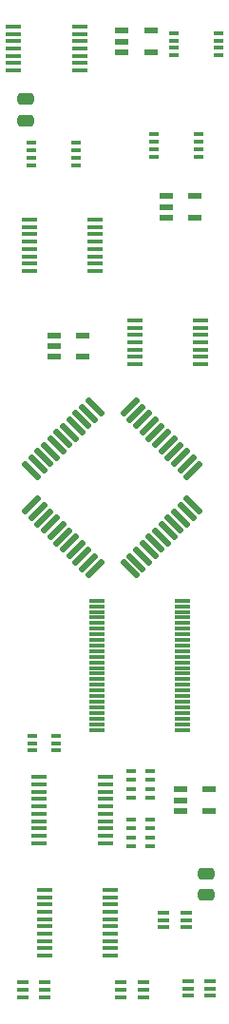
<source format=gtp>
%TF.GenerationSoftware,KiCad,Pcbnew,8.0.5*%
%TF.CreationDate,2024-10-28T17:22:46+02:00*%
%TF.ProjectId,W65C816 Breakout,57363543-3831-4362-9042-7265616b6f75,V1*%
%TF.SameCoordinates,PX525bfc0PY43d3480*%
%TF.FileFunction,Paste,Top*%
%TF.FilePolarity,Positive*%
%FSLAX46Y46*%
G04 Gerber Fmt 4.6, Leading zero omitted, Abs format (unit mm)*
G04 Created by KiCad (PCBNEW 8.0.5) date 2024-10-28 17:22:46*
%MOMM*%
%LPD*%
G01*
G04 APERTURE LIST*
G04 Aperture macros list*
%AMRoundRect*
0 Rectangle with rounded corners*
0 $1 Rounding radius*
0 $2 $3 $4 $5 $6 $7 $8 $9 X,Y pos of 4 corners*
0 Add a 4 corners polygon primitive as box body*
4,1,4,$2,$3,$4,$5,$6,$7,$8,$9,$2,$3,0*
0 Add four circle primitives for the rounded corners*
1,1,$1+$1,$2,$3*
1,1,$1+$1,$4,$5*
1,1,$1+$1,$6,$7*
1,1,$1+$1,$8,$9*
0 Add four rect primitives between the rounded corners*
20,1,$1+$1,$2,$3,$4,$5,0*
20,1,$1+$1,$4,$5,$6,$7,0*
20,1,$1+$1,$6,$7,$8,$9,0*
20,1,$1+$1,$8,$9,$2,$3,0*%
G04 Aperture macros list end*
%ADD10R,0.950000X0.450000*%
%ADD11R,0.900000X0.450000*%
%ADD12R,1.475000X0.450000*%
%ADD13R,1.250000X0.600000*%
%ADD14RoundRect,0.250000X0.475000X-0.250000X0.475000X0.250000X-0.475000X0.250000X-0.475000X-0.250000X0*%
%ADD15R,0.875000X0.450000*%
%ADD16RoundRect,0.137500X-0.548008X0.742462X-0.742462X0.548008X0.548008X-0.742462X0.742462X-0.548008X0*%
%ADD17RoundRect,0.137500X0.548008X0.742462X-0.742462X-0.548008X-0.548008X-0.742462X0.742462X0.548008X0*%
%ADD18R,1.150000X0.600000*%
%ADD19R,1.000000X0.450000*%
%ADD20R,1.425000X0.300000*%
%ADD21R,1.450000X0.450000*%
G04 APERTURE END LIST*
D10*
%TO.C,IC19*%
X4248000Y-6772000D03*
X4248000Y-7422000D03*
X4248000Y-8072000D03*
X4248000Y-8722000D03*
X8198000Y-8722000D03*
X8198000Y-8072000D03*
X8198000Y-7422000D03*
X8198000Y-6772000D03*
%TD*%
%TO.C,IC18*%
X16948000Y3007000D03*
X16948000Y2357000D03*
X16948000Y1707000D03*
X16948000Y1057000D03*
X20898000Y1057000D03*
X20898000Y1707000D03*
X20898000Y2357000D03*
X20898000Y3007000D03*
%TD*%
D11*
%TO.C,RN1*%
X13120000Y-66979800D03*
X13120000Y-67779800D03*
X13120000Y-68579800D03*
X13120000Y-69379800D03*
X14820000Y-69379800D03*
X14820000Y-68579800D03*
X14820000Y-67779800D03*
X14820000Y-66979800D03*
%TD*%
D12*
%TO.C,IC9*%
X13445000Y-22561000D03*
X13445000Y-23211000D03*
X13445000Y-23861000D03*
X13445000Y-24511000D03*
X13445000Y-25161000D03*
X13445000Y-25811000D03*
X13445000Y-26461000D03*
X19321000Y-26461000D03*
X19321000Y-25811000D03*
X19321000Y-25161000D03*
X19321000Y-24511000D03*
X19321000Y-23861000D03*
X19321000Y-23211000D03*
X19321000Y-22561000D03*
%TD*%
D13*
%TO.C,IC8*%
X16276000Y-11496000D03*
X16276000Y-12446000D03*
X16276000Y-13396000D03*
X18776000Y-13396000D03*
X18776000Y-11496000D03*
%TD*%
D11*
%TO.C,RN2*%
X13120000Y-62661800D03*
X13120000Y-63461800D03*
X13120000Y-64261800D03*
X13120000Y-65061800D03*
X14820000Y-65061800D03*
X14820000Y-64261800D03*
X14820000Y-63461800D03*
X14820000Y-62661800D03*
%TD*%
D12*
%TO.C,IC20*%
X5371002Y-73275000D03*
X5371002Y-73925000D03*
X5371002Y-74575000D03*
X5371002Y-75225000D03*
X5371002Y-75875000D03*
X5371002Y-76525000D03*
X5371002Y-77175000D03*
X5371002Y-77825000D03*
X5371002Y-78475000D03*
X5371002Y-79125000D03*
X11247002Y-79125000D03*
X11247002Y-78475000D03*
X11247002Y-77825000D03*
X11247002Y-77175000D03*
X11247002Y-76525000D03*
X11247002Y-75875000D03*
X11247002Y-75225000D03*
X11247002Y-74575000D03*
X11247002Y-73925000D03*
X11247002Y-73275000D03*
%TD*%
D14*
%TO.C,C20*%
X19812000Y-73705000D03*
X19812000Y-71805000D03*
%TD*%
D15*
%TO.C,IC11*%
X6396000Y-60848000D03*
X6396000Y-60198000D03*
X6396000Y-59548000D03*
X4272000Y-59548000D03*
X4272000Y-60198000D03*
X4272000Y-60848000D03*
%TD*%
D13*
%TO.C,IC16*%
X6263000Y-23881000D03*
X6263000Y-24831000D03*
X6263000Y-25781000D03*
X8763000Y-25781000D03*
X8763000Y-23881000D03*
%TD*%
D12*
%TO.C,IC5*%
X4936000Y-63242000D03*
X4936000Y-63892000D03*
X4936000Y-64542000D03*
X4936000Y-65192000D03*
X4936000Y-65842000D03*
X4936000Y-66492000D03*
X4936000Y-67142000D03*
X4936000Y-67792000D03*
X4936000Y-68442000D03*
X4936000Y-69092000D03*
X10812000Y-69092000D03*
X10812000Y-68442000D03*
X10812000Y-67792000D03*
X10812000Y-67142000D03*
X10812000Y-66492000D03*
X10812000Y-65842000D03*
X10812000Y-65192000D03*
X10812000Y-64542000D03*
X10812000Y-63892000D03*
X10812000Y-63242000D03*
%TD*%
D16*
%TO.C,IC2*%
X15814062Y-41849062D03*
X16379747Y-41283377D03*
X16945433Y-40717691D03*
X17511118Y-40152006D03*
X18076804Y-39586320D03*
X18642489Y-39020635D03*
D17*
X18642489Y-35909365D03*
X18076804Y-35343680D03*
X17511118Y-34777994D03*
X16945433Y-34212309D03*
X16379747Y-33646623D03*
X15814062Y-33080938D03*
X15248377Y-32515253D03*
X14682691Y-31949567D03*
X14117006Y-31383882D03*
X13551320Y-30818196D03*
X12985635Y-30252511D03*
D16*
X9874365Y-30252511D03*
X9308680Y-30818196D03*
X8742994Y-31383882D03*
X8177309Y-31949567D03*
X7611623Y-32515253D03*
X7045938Y-33080938D03*
X6480253Y-33646623D03*
X5914567Y-34212309D03*
X5348882Y-34777994D03*
X4783196Y-35343680D03*
X4217511Y-35909365D03*
D17*
X4217511Y-39020635D03*
X4783196Y-39586320D03*
X5348882Y-40152006D03*
X5914567Y-40717691D03*
X6480253Y-41283377D03*
X7045938Y-41849062D03*
X7611623Y-42414747D03*
X8177309Y-42980433D03*
X8742994Y-43546118D03*
X9308680Y-44111804D03*
X9874365Y-44677489D03*
D16*
X12985635Y-44677489D03*
X13551320Y-44111804D03*
X14117006Y-43546118D03*
X14682691Y-42980433D03*
X15248377Y-42414747D03*
%TD*%
D18*
%TO.C,IC36*%
X12289000Y3236000D03*
X12289000Y2286000D03*
X12289000Y1336000D03*
X14889000Y1336000D03*
X14889000Y3236000D03*
%TD*%
D14*
%TO.C,C21*%
X3683000Y-4744000D03*
X3683000Y-2844000D03*
%TD*%
D19*
%TO.C,IC12*%
X3445000Y-81519000D03*
X3445000Y-82169000D03*
X3445000Y-82819000D03*
X5445000Y-82819000D03*
X5445000Y-82169000D03*
X5445000Y-81519000D03*
%TD*%
%TO.C,IC10*%
X16018000Y-75296000D03*
X16018000Y-75946000D03*
X16018000Y-76596000D03*
X18018000Y-76596000D03*
X18018000Y-75946000D03*
X18018000Y-75296000D03*
%TD*%
D20*
%TO.C,IC1*%
X10029000Y-47515000D03*
X10029000Y-48015000D03*
X10029000Y-48515000D03*
X10029000Y-49015000D03*
X10029000Y-49515000D03*
X10029000Y-50015000D03*
X10029000Y-50515000D03*
X10029000Y-51015000D03*
X10029000Y-51515000D03*
X10029000Y-52015000D03*
X10029000Y-52515000D03*
X10029000Y-53015000D03*
X10029000Y-53515000D03*
X10029000Y-54015000D03*
X10029000Y-54515000D03*
X10029000Y-55015000D03*
X10029000Y-55515000D03*
X10029000Y-56015000D03*
X10029000Y-56515000D03*
X10029000Y-57015000D03*
X10029000Y-57515000D03*
X10029000Y-58015000D03*
X10029000Y-58515000D03*
X10029000Y-59015000D03*
X17653000Y-59015000D03*
X17653000Y-58515000D03*
X17653000Y-58015000D03*
X17653000Y-57515000D03*
X17653000Y-57015000D03*
X17653000Y-56515000D03*
X17653000Y-56015000D03*
X17653000Y-55515000D03*
X17653000Y-55015000D03*
X17653000Y-54515000D03*
X17653000Y-54015000D03*
X17653000Y-53515000D03*
X17653000Y-53015000D03*
X17653000Y-52515000D03*
X17653000Y-52015000D03*
X17653000Y-51515000D03*
X17653000Y-51015000D03*
X17653000Y-50515000D03*
X17653000Y-50015000D03*
X17653000Y-49515000D03*
X17653000Y-49015000D03*
X17653000Y-48515000D03*
X17653000Y-48015000D03*
X17653000Y-47515000D03*
%TD*%
D12*
%TO.C,IC6*%
X2650000Y3601000D03*
X2650000Y2951000D03*
X2650000Y2301000D03*
X2650000Y1651000D03*
X2650000Y1001000D03*
X2650000Y351000D03*
X2650000Y-299000D03*
X8526000Y-299000D03*
X8526000Y351000D03*
X8526000Y1001000D03*
X8526000Y1651000D03*
X8526000Y2301000D03*
X8526000Y2951000D03*
X8526000Y3601000D03*
%TD*%
D19*
%TO.C,IC13*%
X12208000Y-81519000D03*
X12208000Y-82169000D03*
X12208000Y-82819000D03*
X14208000Y-82819000D03*
X14208000Y-82169000D03*
X14208000Y-81519000D03*
%TD*%
D10*
%TO.C,IC7*%
X15170000Y-6010000D03*
X15170000Y-6660000D03*
X15170000Y-7310000D03*
X15170000Y-7960000D03*
X19120000Y-7960000D03*
X19120000Y-7310000D03*
X19120000Y-6660000D03*
X19120000Y-6010000D03*
%TD*%
D13*
%TO.C,IC4*%
X17546000Y-64328000D03*
X17546000Y-65278000D03*
X17546000Y-66228000D03*
X20046000Y-66228000D03*
X20046000Y-64328000D03*
%TD*%
D21*
%TO.C,IC3*%
X4060000Y-13600000D03*
X4060000Y-14250000D03*
X4060000Y-14900000D03*
X4060000Y-15550000D03*
X4060000Y-16200000D03*
X4060000Y-16850000D03*
X4060000Y-17500000D03*
X4060000Y-18150000D03*
X9910000Y-18150000D03*
X9910000Y-17500000D03*
X9910000Y-16850000D03*
X9910000Y-16200000D03*
X9910000Y-15550000D03*
X9910000Y-14900000D03*
X9910000Y-14250000D03*
X9910000Y-13600000D03*
%TD*%
D19*
%TO.C,IC14*%
X18177000Y-81392000D03*
X18177000Y-82042000D03*
X18177000Y-82692000D03*
X20177000Y-82692000D03*
X20177000Y-82042000D03*
X20177000Y-81392000D03*
%TD*%
M02*

</source>
